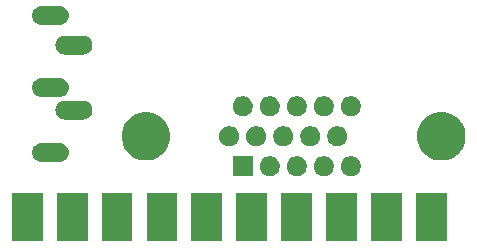
<source format=gts>
G04 #@! TF.GenerationSoftware,KiCad,Pcbnew,(5.1.0)-1*
G04 #@! TF.CreationDate,2019-06-20T12:19:29-04:00*
G04 #@! TF.ProjectId,HD15-to-SCART,48443135-2d74-46f2-9d53-434152542e6b,rev?*
G04 #@! TF.SameCoordinates,Original*
G04 #@! TF.FileFunction,Soldermask,Top*
G04 #@! TF.FilePolarity,Negative*
%FSLAX46Y46*%
G04 Gerber Fmt 4.6, Leading zero omitted, Abs format (unit mm)*
G04 Created by KiCad (PCBNEW (5.1.0)-1) date 2019-06-20 12:19:29*
%MOMM*%
%LPD*%
G04 APERTURE LIST*
%ADD10C,0.100000*%
G04 APERTURE END LIST*
D10*
G36*
X140797000Y-75711000D02*
G01*
X138195000Y-75711000D01*
X138195000Y-71609000D01*
X140797000Y-71609000D01*
X140797000Y-75711000D01*
X140797000Y-75711000D01*
G37*
G36*
X167397000Y-75711000D02*
G01*
X164795000Y-75711000D01*
X164795000Y-71609000D01*
X167397000Y-71609000D01*
X167397000Y-75711000D01*
X167397000Y-75711000D01*
G37*
G36*
X136997000Y-75711000D02*
G01*
X134395000Y-75711000D01*
X134395000Y-71609000D01*
X136997000Y-71609000D01*
X136997000Y-75711000D01*
X136997000Y-75711000D01*
G37*
G36*
X144597000Y-75711000D02*
G01*
X141995000Y-75711000D01*
X141995000Y-71609000D01*
X144597000Y-71609000D01*
X144597000Y-75711000D01*
X144597000Y-75711000D01*
G37*
G36*
X148397000Y-75711000D02*
G01*
X145795000Y-75711000D01*
X145795000Y-71609000D01*
X148397000Y-71609000D01*
X148397000Y-75711000D01*
X148397000Y-75711000D01*
G37*
G36*
X152197000Y-75711000D02*
G01*
X149595000Y-75711000D01*
X149595000Y-71609000D01*
X152197000Y-71609000D01*
X152197000Y-75711000D01*
X152197000Y-75711000D01*
G37*
G36*
X155997000Y-75711000D02*
G01*
X153395000Y-75711000D01*
X153395000Y-71609000D01*
X155997000Y-71609000D01*
X155997000Y-75711000D01*
X155997000Y-75711000D01*
G37*
G36*
X159797000Y-75711000D02*
G01*
X157195000Y-75711000D01*
X157195000Y-71609000D01*
X159797000Y-71609000D01*
X159797000Y-75711000D01*
X159797000Y-75711000D01*
G37*
G36*
X163597000Y-75711000D02*
G01*
X160995000Y-75711000D01*
X160995000Y-71609000D01*
X163597000Y-71609000D01*
X163597000Y-75711000D01*
X163597000Y-75711000D01*
G37*
G36*
X171197000Y-75711000D02*
G01*
X168595000Y-75711000D01*
X168595000Y-71609000D01*
X171197000Y-71609000D01*
X171197000Y-75711000D01*
X171197000Y-75711000D01*
G37*
G36*
X158752228Y-68523703D02*
G01*
X158907100Y-68587853D01*
X159046481Y-68680985D01*
X159165015Y-68799519D01*
X159258147Y-68938900D01*
X159322297Y-69093772D01*
X159355000Y-69258184D01*
X159355000Y-69425816D01*
X159322297Y-69590228D01*
X159258147Y-69745100D01*
X159165015Y-69884481D01*
X159046481Y-70003015D01*
X158907100Y-70096147D01*
X158752228Y-70160297D01*
X158587816Y-70193000D01*
X158420184Y-70193000D01*
X158255772Y-70160297D01*
X158100900Y-70096147D01*
X157961519Y-70003015D01*
X157842985Y-69884481D01*
X157749853Y-69745100D01*
X157685703Y-69590228D01*
X157653000Y-69425816D01*
X157653000Y-69258184D01*
X157685703Y-69093772D01*
X157749853Y-68938900D01*
X157842985Y-68799519D01*
X157961519Y-68680985D01*
X158100900Y-68587853D01*
X158255772Y-68523703D01*
X158420184Y-68491000D01*
X158587816Y-68491000D01*
X158752228Y-68523703D01*
X158752228Y-68523703D01*
G37*
G36*
X163332228Y-68523703D02*
G01*
X163487100Y-68587853D01*
X163626481Y-68680985D01*
X163745015Y-68799519D01*
X163838147Y-68938900D01*
X163902297Y-69093772D01*
X163935000Y-69258184D01*
X163935000Y-69425816D01*
X163902297Y-69590228D01*
X163838147Y-69745100D01*
X163745015Y-69884481D01*
X163626481Y-70003015D01*
X163487100Y-70096147D01*
X163332228Y-70160297D01*
X163167816Y-70193000D01*
X163000184Y-70193000D01*
X162835772Y-70160297D01*
X162680900Y-70096147D01*
X162541519Y-70003015D01*
X162422985Y-69884481D01*
X162329853Y-69745100D01*
X162265703Y-69590228D01*
X162233000Y-69425816D01*
X162233000Y-69258184D01*
X162265703Y-69093772D01*
X162329853Y-68938900D01*
X162422985Y-68799519D01*
X162541519Y-68680985D01*
X162680900Y-68587853D01*
X162835772Y-68523703D01*
X163000184Y-68491000D01*
X163167816Y-68491000D01*
X163332228Y-68523703D01*
X163332228Y-68523703D01*
G37*
G36*
X161042228Y-68523703D02*
G01*
X161197100Y-68587853D01*
X161336481Y-68680985D01*
X161455015Y-68799519D01*
X161548147Y-68938900D01*
X161612297Y-69093772D01*
X161645000Y-69258184D01*
X161645000Y-69425816D01*
X161612297Y-69590228D01*
X161548147Y-69745100D01*
X161455015Y-69884481D01*
X161336481Y-70003015D01*
X161197100Y-70096147D01*
X161042228Y-70160297D01*
X160877816Y-70193000D01*
X160710184Y-70193000D01*
X160545772Y-70160297D01*
X160390900Y-70096147D01*
X160251519Y-70003015D01*
X160132985Y-69884481D01*
X160039853Y-69745100D01*
X159975703Y-69590228D01*
X159943000Y-69425816D01*
X159943000Y-69258184D01*
X159975703Y-69093772D01*
X160039853Y-68938900D01*
X160132985Y-68799519D01*
X160251519Y-68680985D01*
X160390900Y-68587853D01*
X160545772Y-68523703D01*
X160710184Y-68491000D01*
X160877816Y-68491000D01*
X161042228Y-68523703D01*
X161042228Y-68523703D01*
G37*
G36*
X156462228Y-68523703D02*
G01*
X156617100Y-68587853D01*
X156756481Y-68680985D01*
X156875015Y-68799519D01*
X156968147Y-68938900D01*
X157032297Y-69093772D01*
X157065000Y-69258184D01*
X157065000Y-69425816D01*
X157032297Y-69590228D01*
X156968147Y-69745100D01*
X156875015Y-69884481D01*
X156756481Y-70003015D01*
X156617100Y-70096147D01*
X156462228Y-70160297D01*
X156297816Y-70193000D01*
X156130184Y-70193000D01*
X155965772Y-70160297D01*
X155810900Y-70096147D01*
X155671519Y-70003015D01*
X155552985Y-69884481D01*
X155459853Y-69745100D01*
X155395703Y-69590228D01*
X155363000Y-69425816D01*
X155363000Y-69258184D01*
X155395703Y-69093772D01*
X155459853Y-68938900D01*
X155552985Y-68799519D01*
X155671519Y-68680985D01*
X155810900Y-68587853D01*
X155965772Y-68523703D01*
X156130184Y-68491000D01*
X156297816Y-68491000D01*
X156462228Y-68523703D01*
X156462228Y-68523703D01*
G37*
G36*
X154775000Y-70193000D02*
G01*
X153073000Y-70193000D01*
X153073000Y-68491000D01*
X154775000Y-68491000D01*
X154775000Y-70193000D01*
X154775000Y-70193000D01*
G37*
G36*
X138551808Y-67386648D02*
G01*
X138703551Y-67432678D01*
X138843398Y-67507428D01*
X138965975Y-67608025D01*
X139066572Y-67730602D01*
X139141322Y-67870449D01*
X139187352Y-68022192D01*
X139202895Y-68180000D01*
X139187352Y-68337808D01*
X139141322Y-68489551D01*
X139066572Y-68629398D01*
X138965975Y-68751975D01*
X138843398Y-68852572D01*
X138703551Y-68927322D01*
X138551808Y-68973352D01*
X138433546Y-68985000D01*
X136846454Y-68985000D01*
X136728192Y-68973352D01*
X136576449Y-68927322D01*
X136436602Y-68852572D01*
X136314025Y-68751975D01*
X136213428Y-68629398D01*
X136138678Y-68489551D01*
X136092648Y-68337808D01*
X136077105Y-68180000D01*
X136092648Y-68022192D01*
X136138678Y-67870449D01*
X136213428Y-67730602D01*
X136314025Y-67608025D01*
X136436602Y-67507428D01*
X136576449Y-67432678D01*
X136728192Y-67386648D01*
X136846454Y-67375000D01*
X138433546Y-67375000D01*
X138551808Y-67386648D01*
X138551808Y-67386648D01*
G37*
G36*
X146337254Y-64829818D02*
G01*
X146710511Y-64984426D01*
X146710513Y-64984427D01*
X146853989Y-65080295D01*
X147046436Y-65208884D01*
X147332116Y-65494564D01*
X147556574Y-65830489D01*
X147711182Y-66203746D01*
X147790000Y-66599993D01*
X147790000Y-67004007D01*
X147711182Y-67400254D01*
X147556574Y-67773511D01*
X147556573Y-67773513D01*
X147332116Y-68109436D01*
X147046436Y-68395116D01*
X146710513Y-68619573D01*
X146710512Y-68619574D01*
X146710511Y-68619574D01*
X146337254Y-68774182D01*
X145941007Y-68853000D01*
X145536993Y-68853000D01*
X145140746Y-68774182D01*
X144767489Y-68619574D01*
X144767488Y-68619574D01*
X144767487Y-68619573D01*
X144431564Y-68395116D01*
X144145884Y-68109436D01*
X143921427Y-67773513D01*
X143921426Y-67773511D01*
X143766818Y-67400254D01*
X143688000Y-67004007D01*
X143688000Y-66599993D01*
X143766818Y-66203746D01*
X143921426Y-65830489D01*
X144145884Y-65494564D01*
X144431564Y-65208884D01*
X144624011Y-65080295D01*
X144767487Y-64984427D01*
X144767489Y-64984426D01*
X145140746Y-64829818D01*
X145536993Y-64751000D01*
X145941007Y-64751000D01*
X146337254Y-64829818D01*
X146337254Y-64829818D01*
G37*
G36*
X171337254Y-64829818D02*
G01*
X171710511Y-64984426D01*
X171710513Y-64984427D01*
X171853989Y-65080295D01*
X172046436Y-65208884D01*
X172332116Y-65494564D01*
X172556574Y-65830489D01*
X172711182Y-66203746D01*
X172790000Y-66599993D01*
X172790000Y-67004007D01*
X172711182Y-67400254D01*
X172556574Y-67773511D01*
X172556573Y-67773513D01*
X172332116Y-68109436D01*
X172046436Y-68395116D01*
X171710513Y-68619573D01*
X171710512Y-68619574D01*
X171710511Y-68619574D01*
X171337254Y-68774182D01*
X170941007Y-68853000D01*
X170536993Y-68853000D01*
X170140746Y-68774182D01*
X169767489Y-68619574D01*
X169767488Y-68619574D01*
X169767487Y-68619573D01*
X169431564Y-68395116D01*
X169145884Y-68109436D01*
X168921427Y-67773513D01*
X168921426Y-67773511D01*
X168766818Y-67400254D01*
X168688000Y-67004007D01*
X168688000Y-66599993D01*
X168766818Y-66203746D01*
X168921426Y-65830489D01*
X169145884Y-65494564D01*
X169431564Y-65208884D01*
X169624011Y-65080295D01*
X169767487Y-64984427D01*
X169767489Y-64984426D01*
X170140746Y-64829818D01*
X170536993Y-64751000D01*
X170941007Y-64751000D01*
X171337254Y-64829818D01*
X171337254Y-64829818D01*
G37*
G36*
X155317228Y-65983703D02*
G01*
X155472100Y-66047853D01*
X155611481Y-66140985D01*
X155730015Y-66259519D01*
X155823147Y-66398900D01*
X155887297Y-66553772D01*
X155920000Y-66718184D01*
X155920000Y-66885816D01*
X155887297Y-67050228D01*
X155823147Y-67205100D01*
X155730015Y-67344481D01*
X155611481Y-67463015D01*
X155472100Y-67556147D01*
X155317228Y-67620297D01*
X155152816Y-67653000D01*
X154985184Y-67653000D01*
X154820772Y-67620297D01*
X154665900Y-67556147D01*
X154526519Y-67463015D01*
X154407985Y-67344481D01*
X154314853Y-67205100D01*
X154250703Y-67050228D01*
X154218000Y-66885816D01*
X154218000Y-66718184D01*
X154250703Y-66553772D01*
X154314853Y-66398900D01*
X154407985Y-66259519D01*
X154526519Y-66140985D01*
X154665900Y-66047853D01*
X154820772Y-65983703D01*
X154985184Y-65951000D01*
X155152816Y-65951000D01*
X155317228Y-65983703D01*
X155317228Y-65983703D01*
G37*
G36*
X153027228Y-65983703D02*
G01*
X153182100Y-66047853D01*
X153321481Y-66140985D01*
X153440015Y-66259519D01*
X153533147Y-66398900D01*
X153597297Y-66553772D01*
X153630000Y-66718184D01*
X153630000Y-66885816D01*
X153597297Y-67050228D01*
X153533147Y-67205100D01*
X153440015Y-67344481D01*
X153321481Y-67463015D01*
X153182100Y-67556147D01*
X153027228Y-67620297D01*
X152862816Y-67653000D01*
X152695184Y-67653000D01*
X152530772Y-67620297D01*
X152375900Y-67556147D01*
X152236519Y-67463015D01*
X152117985Y-67344481D01*
X152024853Y-67205100D01*
X151960703Y-67050228D01*
X151928000Y-66885816D01*
X151928000Y-66718184D01*
X151960703Y-66553772D01*
X152024853Y-66398900D01*
X152117985Y-66259519D01*
X152236519Y-66140985D01*
X152375900Y-66047853D01*
X152530772Y-65983703D01*
X152695184Y-65951000D01*
X152862816Y-65951000D01*
X153027228Y-65983703D01*
X153027228Y-65983703D01*
G37*
G36*
X157607228Y-65983703D02*
G01*
X157762100Y-66047853D01*
X157901481Y-66140985D01*
X158020015Y-66259519D01*
X158113147Y-66398900D01*
X158177297Y-66553772D01*
X158210000Y-66718184D01*
X158210000Y-66885816D01*
X158177297Y-67050228D01*
X158113147Y-67205100D01*
X158020015Y-67344481D01*
X157901481Y-67463015D01*
X157762100Y-67556147D01*
X157607228Y-67620297D01*
X157442816Y-67653000D01*
X157275184Y-67653000D01*
X157110772Y-67620297D01*
X156955900Y-67556147D01*
X156816519Y-67463015D01*
X156697985Y-67344481D01*
X156604853Y-67205100D01*
X156540703Y-67050228D01*
X156508000Y-66885816D01*
X156508000Y-66718184D01*
X156540703Y-66553772D01*
X156604853Y-66398900D01*
X156697985Y-66259519D01*
X156816519Y-66140985D01*
X156955900Y-66047853D01*
X157110772Y-65983703D01*
X157275184Y-65951000D01*
X157442816Y-65951000D01*
X157607228Y-65983703D01*
X157607228Y-65983703D01*
G37*
G36*
X159897228Y-65983703D02*
G01*
X160052100Y-66047853D01*
X160191481Y-66140985D01*
X160310015Y-66259519D01*
X160403147Y-66398900D01*
X160467297Y-66553772D01*
X160500000Y-66718184D01*
X160500000Y-66885816D01*
X160467297Y-67050228D01*
X160403147Y-67205100D01*
X160310015Y-67344481D01*
X160191481Y-67463015D01*
X160052100Y-67556147D01*
X159897228Y-67620297D01*
X159732816Y-67653000D01*
X159565184Y-67653000D01*
X159400772Y-67620297D01*
X159245900Y-67556147D01*
X159106519Y-67463015D01*
X158987985Y-67344481D01*
X158894853Y-67205100D01*
X158830703Y-67050228D01*
X158798000Y-66885816D01*
X158798000Y-66718184D01*
X158830703Y-66553772D01*
X158894853Y-66398900D01*
X158987985Y-66259519D01*
X159106519Y-66140985D01*
X159245900Y-66047853D01*
X159400772Y-65983703D01*
X159565184Y-65951000D01*
X159732816Y-65951000D01*
X159897228Y-65983703D01*
X159897228Y-65983703D01*
G37*
G36*
X162187228Y-65983703D02*
G01*
X162342100Y-66047853D01*
X162481481Y-66140985D01*
X162600015Y-66259519D01*
X162693147Y-66398900D01*
X162757297Y-66553772D01*
X162790000Y-66718184D01*
X162790000Y-66885816D01*
X162757297Y-67050228D01*
X162693147Y-67205100D01*
X162600015Y-67344481D01*
X162481481Y-67463015D01*
X162342100Y-67556147D01*
X162187228Y-67620297D01*
X162022816Y-67653000D01*
X161855184Y-67653000D01*
X161690772Y-67620297D01*
X161535900Y-67556147D01*
X161396519Y-67463015D01*
X161277985Y-67344481D01*
X161184853Y-67205100D01*
X161120703Y-67050228D01*
X161088000Y-66885816D01*
X161088000Y-66718184D01*
X161120703Y-66553772D01*
X161184853Y-66398900D01*
X161277985Y-66259519D01*
X161396519Y-66140985D01*
X161535900Y-66047853D01*
X161690772Y-65983703D01*
X161855184Y-65951000D01*
X162022816Y-65951000D01*
X162187228Y-65983703D01*
X162187228Y-65983703D01*
G37*
G36*
X140551808Y-63786648D02*
G01*
X140703551Y-63832678D01*
X140843398Y-63907428D01*
X140965975Y-64008025D01*
X141066572Y-64130602D01*
X141141322Y-64270449D01*
X141187352Y-64422192D01*
X141202895Y-64580000D01*
X141187352Y-64737808D01*
X141141322Y-64889551D01*
X141066572Y-65029398D01*
X140965975Y-65151975D01*
X140843398Y-65252572D01*
X140703551Y-65327322D01*
X140551808Y-65373352D01*
X140433546Y-65385000D01*
X138846454Y-65385000D01*
X138728192Y-65373352D01*
X138576449Y-65327322D01*
X138436602Y-65252572D01*
X138314025Y-65151975D01*
X138213428Y-65029398D01*
X138138678Y-64889551D01*
X138092648Y-64737808D01*
X138077105Y-64580000D01*
X138092648Y-64422192D01*
X138138678Y-64270449D01*
X138213428Y-64130602D01*
X138314025Y-64008025D01*
X138436602Y-63907428D01*
X138576449Y-63832678D01*
X138728192Y-63786648D01*
X138846454Y-63775000D01*
X140433546Y-63775000D01*
X140551808Y-63786648D01*
X140551808Y-63786648D01*
G37*
G36*
X154172228Y-63443703D02*
G01*
X154327100Y-63507853D01*
X154466481Y-63600985D01*
X154585015Y-63719519D01*
X154678147Y-63858900D01*
X154742297Y-64013772D01*
X154775000Y-64178184D01*
X154775000Y-64345816D01*
X154742297Y-64510228D01*
X154678147Y-64665100D01*
X154585015Y-64804481D01*
X154466481Y-64923015D01*
X154327100Y-65016147D01*
X154172228Y-65080297D01*
X154007816Y-65113000D01*
X153840184Y-65113000D01*
X153675772Y-65080297D01*
X153520900Y-65016147D01*
X153381519Y-64923015D01*
X153262985Y-64804481D01*
X153169853Y-64665100D01*
X153105703Y-64510228D01*
X153073000Y-64345816D01*
X153073000Y-64178184D01*
X153105703Y-64013772D01*
X153169853Y-63858900D01*
X153262985Y-63719519D01*
X153381519Y-63600985D01*
X153520900Y-63507853D01*
X153675772Y-63443703D01*
X153840184Y-63411000D01*
X154007816Y-63411000D01*
X154172228Y-63443703D01*
X154172228Y-63443703D01*
G37*
G36*
X156462228Y-63443703D02*
G01*
X156617100Y-63507853D01*
X156756481Y-63600985D01*
X156875015Y-63719519D01*
X156968147Y-63858900D01*
X157032297Y-64013772D01*
X157065000Y-64178184D01*
X157065000Y-64345816D01*
X157032297Y-64510228D01*
X156968147Y-64665100D01*
X156875015Y-64804481D01*
X156756481Y-64923015D01*
X156617100Y-65016147D01*
X156462228Y-65080297D01*
X156297816Y-65113000D01*
X156130184Y-65113000D01*
X155965772Y-65080297D01*
X155810900Y-65016147D01*
X155671519Y-64923015D01*
X155552985Y-64804481D01*
X155459853Y-64665100D01*
X155395703Y-64510228D01*
X155363000Y-64345816D01*
X155363000Y-64178184D01*
X155395703Y-64013772D01*
X155459853Y-63858900D01*
X155552985Y-63719519D01*
X155671519Y-63600985D01*
X155810900Y-63507853D01*
X155965772Y-63443703D01*
X156130184Y-63411000D01*
X156297816Y-63411000D01*
X156462228Y-63443703D01*
X156462228Y-63443703D01*
G37*
G36*
X158752228Y-63443703D02*
G01*
X158907100Y-63507853D01*
X159046481Y-63600985D01*
X159165015Y-63719519D01*
X159258147Y-63858900D01*
X159322297Y-64013772D01*
X159355000Y-64178184D01*
X159355000Y-64345816D01*
X159322297Y-64510228D01*
X159258147Y-64665100D01*
X159165015Y-64804481D01*
X159046481Y-64923015D01*
X158907100Y-65016147D01*
X158752228Y-65080297D01*
X158587816Y-65113000D01*
X158420184Y-65113000D01*
X158255772Y-65080297D01*
X158100900Y-65016147D01*
X157961519Y-64923015D01*
X157842985Y-64804481D01*
X157749853Y-64665100D01*
X157685703Y-64510228D01*
X157653000Y-64345816D01*
X157653000Y-64178184D01*
X157685703Y-64013772D01*
X157749853Y-63858900D01*
X157842985Y-63719519D01*
X157961519Y-63600985D01*
X158100900Y-63507853D01*
X158255772Y-63443703D01*
X158420184Y-63411000D01*
X158587816Y-63411000D01*
X158752228Y-63443703D01*
X158752228Y-63443703D01*
G37*
G36*
X161042228Y-63443703D02*
G01*
X161197100Y-63507853D01*
X161336481Y-63600985D01*
X161455015Y-63719519D01*
X161548147Y-63858900D01*
X161612297Y-64013772D01*
X161645000Y-64178184D01*
X161645000Y-64345816D01*
X161612297Y-64510228D01*
X161548147Y-64665100D01*
X161455015Y-64804481D01*
X161336481Y-64923015D01*
X161197100Y-65016147D01*
X161042228Y-65080297D01*
X160877816Y-65113000D01*
X160710184Y-65113000D01*
X160545772Y-65080297D01*
X160390900Y-65016147D01*
X160251519Y-64923015D01*
X160132985Y-64804481D01*
X160039853Y-64665100D01*
X159975703Y-64510228D01*
X159943000Y-64345816D01*
X159943000Y-64178184D01*
X159975703Y-64013772D01*
X160039853Y-63858900D01*
X160132985Y-63719519D01*
X160251519Y-63600985D01*
X160390900Y-63507853D01*
X160545772Y-63443703D01*
X160710184Y-63411000D01*
X160877816Y-63411000D01*
X161042228Y-63443703D01*
X161042228Y-63443703D01*
G37*
G36*
X163332228Y-63443703D02*
G01*
X163487100Y-63507853D01*
X163626481Y-63600985D01*
X163745015Y-63719519D01*
X163838147Y-63858900D01*
X163902297Y-64013772D01*
X163935000Y-64178184D01*
X163935000Y-64345816D01*
X163902297Y-64510228D01*
X163838147Y-64665100D01*
X163745015Y-64804481D01*
X163626481Y-64923015D01*
X163487100Y-65016147D01*
X163332228Y-65080297D01*
X163167816Y-65113000D01*
X163000184Y-65113000D01*
X162835772Y-65080297D01*
X162680900Y-65016147D01*
X162541519Y-64923015D01*
X162422985Y-64804481D01*
X162329853Y-64665100D01*
X162265703Y-64510228D01*
X162233000Y-64345816D01*
X162233000Y-64178184D01*
X162265703Y-64013772D01*
X162329853Y-63858900D01*
X162422985Y-63719519D01*
X162541519Y-63600985D01*
X162680900Y-63507853D01*
X162835772Y-63443703D01*
X163000184Y-63411000D01*
X163167816Y-63411000D01*
X163332228Y-63443703D01*
X163332228Y-63443703D01*
G37*
G36*
X138551808Y-61886648D02*
G01*
X138703551Y-61932678D01*
X138843398Y-62007428D01*
X138965975Y-62108025D01*
X139066572Y-62230602D01*
X139141322Y-62370449D01*
X139187352Y-62522192D01*
X139202895Y-62680000D01*
X139187352Y-62837808D01*
X139141322Y-62989551D01*
X139066572Y-63129398D01*
X138965975Y-63251975D01*
X138843398Y-63352572D01*
X138703551Y-63427322D01*
X138551808Y-63473352D01*
X138433546Y-63485000D01*
X136846454Y-63485000D01*
X136728192Y-63473352D01*
X136576449Y-63427322D01*
X136436602Y-63352572D01*
X136314025Y-63251975D01*
X136213428Y-63129398D01*
X136138678Y-62989551D01*
X136092648Y-62837808D01*
X136077105Y-62680000D01*
X136092648Y-62522192D01*
X136138678Y-62370449D01*
X136213428Y-62230602D01*
X136314025Y-62108025D01*
X136436602Y-62007428D01*
X136576449Y-61932678D01*
X136728192Y-61886648D01*
X136846454Y-61875000D01*
X138433546Y-61875000D01*
X138551808Y-61886648D01*
X138551808Y-61886648D01*
G37*
G36*
X140551808Y-58286648D02*
G01*
X140703551Y-58332678D01*
X140843398Y-58407428D01*
X140965975Y-58508025D01*
X141066572Y-58630602D01*
X141141322Y-58770449D01*
X141187352Y-58922192D01*
X141202895Y-59080000D01*
X141187352Y-59237808D01*
X141141322Y-59389551D01*
X141066572Y-59529398D01*
X140965975Y-59651975D01*
X140843398Y-59752572D01*
X140703551Y-59827322D01*
X140551808Y-59873352D01*
X140433546Y-59885000D01*
X138846454Y-59885000D01*
X138728192Y-59873352D01*
X138576449Y-59827322D01*
X138436602Y-59752572D01*
X138314025Y-59651975D01*
X138213428Y-59529398D01*
X138138678Y-59389551D01*
X138092648Y-59237808D01*
X138077105Y-59080000D01*
X138092648Y-58922192D01*
X138138678Y-58770449D01*
X138213428Y-58630602D01*
X138314025Y-58508025D01*
X138436602Y-58407428D01*
X138576449Y-58332678D01*
X138728192Y-58286648D01*
X138846454Y-58275000D01*
X140433546Y-58275000D01*
X140551808Y-58286648D01*
X140551808Y-58286648D01*
G37*
G36*
X138551808Y-55786648D02*
G01*
X138703551Y-55832678D01*
X138843398Y-55907428D01*
X138965975Y-56008025D01*
X139066572Y-56130602D01*
X139141322Y-56270449D01*
X139187352Y-56422192D01*
X139202895Y-56580000D01*
X139187352Y-56737808D01*
X139141322Y-56889551D01*
X139066572Y-57029398D01*
X138965975Y-57151975D01*
X138843398Y-57252572D01*
X138703551Y-57327322D01*
X138551808Y-57373352D01*
X138433546Y-57385000D01*
X136846454Y-57385000D01*
X136728192Y-57373352D01*
X136576449Y-57327322D01*
X136436602Y-57252572D01*
X136314025Y-57151975D01*
X136213428Y-57029398D01*
X136138678Y-56889551D01*
X136092648Y-56737808D01*
X136077105Y-56580000D01*
X136092648Y-56422192D01*
X136138678Y-56270449D01*
X136213428Y-56130602D01*
X136314025Y-56008025D01*
X136436602Y-55907428D01*
X136576449Y-55832678D01*
X136728192Y-55786648D01*
X136846454Y-55775000D01*
X138433546Y-55775000D01*
X138551808Y-55786648D01*
X138551808Y-55786648D01*
G37*
M02*

</source>
